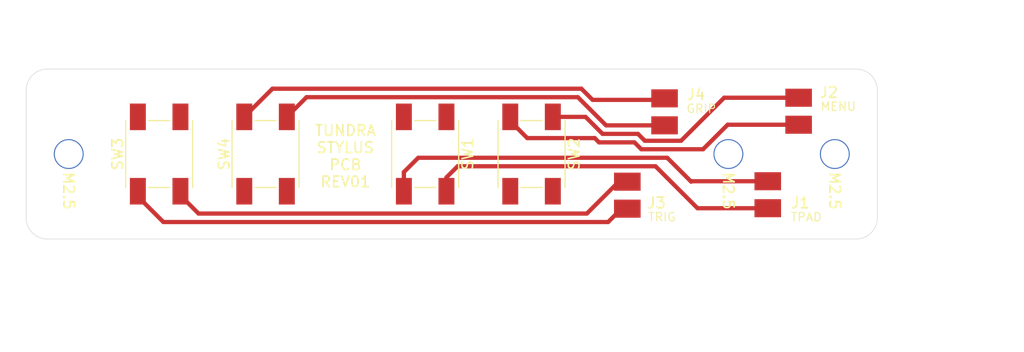
<source format=kicad_pcb>
(kicad_pcb (version 20221018) (generator pcbnew)
  (layers (0 "F.Cu" signal) (31 "B.Cu" signal) (34 "B.Paste" user) (35 "F.Paste" user) (36 "B.SilkS" user "B.Silkscreen") (37 "F.SilkS" user "F.Silkscreen") (38 "B.Mask" user) (39 "F.Mask" user) (44 "Edge.Cuts" user))
  (net 0 "")
  (net 1 "TPAD_A")
  (net 2 "TPAD_B")
  (net 3 "MENU_A")
  (net 4 "MENU_B")
  (net 5 "TRIG_A")
  (net 6 "TRIG_B")
  (net 7 "GRIP_A")
  (net 8 "GRIP_B")
  (footprint "fab:Button_Omron_B3SN_6.0x6.0mm" (layer "F.Cu") (at 107.5 98 -90)
    (fp_text reference "SW3" (at 0 3.9 90) (layer "F.SilkS"))
    (fp_text value "TRIG")
    (fp_line (start -3.15 -3.15) (end 3.15 -3.15) (stroke (width 0.12)) (layer "F.SilkS"))
    (fp_line (start -3.15 1) (end -3.15 -1) (stroke (width 0.12)) (layer "F.SilkS"))
    (fp_line (start 3.15 -1) (end 3.15 1) (stroke (width 0.12)) (layer "F.SilkS"))
    (fp_line (start 3.15 3.15) (end -3.15 3.15) (stroke (width 0.12)) (layer "F.SilkS"))
    (pad "1" smd rect (at -3.5 -2 270) (size 2.5 1.5) (layers "F.Cu" "F.Paste" "F.Mask") (net 5 "TRIG_A"))
    (pad "1" smd rect (at 3.5 -2 270) (size 2.5 1.5) (layers "F.Cu" "F.Paste" "F.Mask") (net 5 "TRIG_A"))
    (pad "2" smd rect (at -3.5 2 270) (size 2.5 1.5) (layers "F.Cu" "F.Paste" "F.Mask") (net 6 "TRIG_B"))
    (pad "2" smd rect (at 3.5 2 270) (size 2.5 1.5) (layers "F.Cu" "F.Paste" "F.Mask") (net 6 "TRIG_B"))
  )
  (footprint "fab:Button_Omron_B3SN_6.0x6.0mm" (layer "F.Cu") (at 142.5 98 -90)
    (fp_text reference "SW2" (at 0 -4 90) (layer "F.SilkS"))
    (fp_text value "MENU")
    (fp_line (start -3.15 -3.15) (end 3.15 -3.15) (stroke (width 0.12)) (layer "F.SilkS"))
    (fp_line (start -3.15 1) (end -3.15 -1) (stroke (width 0.12)) (layer "F.SilkS"))
    (fp_line (start 3.15 -1) (end 3.15 1) (stroke (width 0.12)) (layer "F.SilkS"))
    (fp_line (start 3.15 3.15) (end -3.15 3.15) (stroke (width 0.12)) (layer "F.SilkS"))
    (pad "1" smd rect (at -3.5 -2 270) (size 2.5 1.5) (layers "F.Cu" "F.Paste" "F.Mask") (net 3 "MENU_A"))
    (pad "1" smd rect (at 3.5 -2 270) (size 2.5 1.5) (layers "F.Cu" "F.Paste" "F.Mask") (net 3 "MENU_A"))
    (pad "2" smd rect (at -3.5 2 270) (size 2.5 1.5) (layers "F.Cu" "F.Paste" "F.Mask") (net 4 "MENU_B"))
    (pad "2" smd rect (at 3.5 2 270) (size 2.5 1.5) (layers "F.Cu" "F.Paste" "F.Mask") (net 4 "MENU_B"))
  )
  (footprint "fab:PinHeader_1x02_P2.54mm_Horizontal_SMD" (layer "F.Cu") (at 164.7 103.1 180)
    (fp_text reference "J1" (at -2.1 0.5) (layer "F.SilkS") (effects (justify left)))
    (fp_text value "CON_TPAD")
    (pad "1" smd rect (at 0 0 180) (size 2.5 1.7) (layers "F.Cu" "F.Paste" "F.Mask") (net 1 "TPAD_A"))
    (pad "2" smd rect (at 0 2.54 180) (size 2.5 1.7) (layers "F.Cu" "F.Paste" "F.Mask") (net 2 "TPAD_B"))
  )
  (footprint "fab:PinHeader_1x02_P2.54mm_Horizontal_SMD" (layer "F.Cu") (at 167.6 92.7)
    (fp_text reference "J2" (at 3.8 -0.5) (layer "F.SilkS") (effects (justify right)))
    (fp_text value "CON_MENU")
    (pad "1" smd rect (at 0 0) (size 2.5 1.7) (layers "F.Cu" "F.Paste" "F.Mask") (net 3 "MENU_A"))
    (pad "2" smd rect (at 0 2.54) (size 2.5 1.7) (layers "F.Cu" "F.Paste" "F.Mask") (net 4 "MENU_B"))
  )
  (footprint "fab:PinHeader_1x02_P2.54mm_Horizontal_SMD" (layer "F.Cu") (at 151.5 100.6)
    (fp_text reference "J3" (at 3.7 2) (layer "F.SilkS") (effects (justify right)))
    (fp_text value "CON_TRIG")
    (pad "1" smd rect (at 0 0) (size 2.5 1.7) (layers "F.Cu" "F.Paste" "F.Mask") (net 5 "TRIG_A"))
    (pad "2" smd rect (at 0 2.54) (size 2.5 1.7) (layers "F.Cu" "F.Paste" "F.Mask") (net 6 "TRIG_B"))
  )
  (footprint "fab:MountingHole_M2.5" (layer "F.Cu") (at 171 98 -90)
    (fp_text reference "H2" hide)
    (fp_text value "~" hide)
    (fp_text user "M2.5" (at 1.6 0 -90 unlocked) (layer "F.SilkS") (effects (font (thickness 0.15) bold) (justify left)))
    (pad "" thru_hole circle (at 0 0 270) (size 2.8 2.8) (drill 2.6) (layers "*.Cu" "*.Mask"))
  )
  (footprint "fab:Button_Omron_B3SN_6.0x6.0mm" (layer "F.Cu") (at 132.5 98 -90)
    (fp_text reference "SW1" (at 0 -4 90) (layer "F.SilkS"))
    (fp_text value "TPAD")
    (fp_line (start -3.15 -3.15) (end 3.15 -3.15) (stroke (width 0.12)) (layer "F.SilkS"))
    (fp_line (start -3.15 1) (end -3.15 -1) (stroke (width 0.12)) (layer "F.SilkS"))
    (fp_line (start 3.15 -1) (end 3.15 1) (stroke (width 0.12)) (layer "F.SilkS"))
    (fp_line (start 3.15 3.15) (end -3.15 3.15) (stroke (width 0.12)) (layer "F.SilkS"))
    (pad "1" smd rect (at -3.5 -2 270) (size 2.5 1.5) (layers "F.Cu" "F.Paste" "F.Mask") (net 1 "TPAD_A"))
    (pad "1" smd rect (at 3.5 -2 270) (size 2.5 1.5) (layers "F.Cu" "F.Paste" "F.Mask") (net 1 "TPAD_A"))
    (pad "2" smd rect (at -3.5 2 270) (size 2.5 1.5) (layers "F.Cu" "F.Paste" "F.Mask") (net 2 "TPAD_B"))
    (pad "2" smd rect (at 3.5 2 270) (size 2.5 1.5) (layers "F.Cu" "F.Paste" "F.Mask") (net 2 "TPAD_B"))
  )
  (footprint "fab:MountingHole_M2.5" (layer "F.Cu") (at 99 98 -90)
    (fp_text reference "H3" hide)
    (fp_text value "~" hide)
    (fp_text user "M2.5" (at 1.6 0 -90 unlocked) (layer "F.SilkS") (effects (font (thickness 0.15) bold) (justify left)))
    (pad "" thru_hole circle (at 0 0 270) (size 2.8 2.8) (drill 2.6) (layers "*.Cu" "*.Mask"))
  )
  (footprint "fab:PinHeader_1x02_P2.54mm_Horizontal_SMD" (layer "F.Cu") (at 155 95.3 180)
    (fp_text reference "J4" (at -2 2.9) (layer "F.SilkS") (effects (justify left)))
    (fp_text value "CON_GRIP")
    (pad "1" smd rect (at 0 0 180) (size 2.5 1.7) (layers "F.Cu" "F.Paste" "F.Mask") (net 7 "GRIP_A"))
    (pad "2" smd rect (at 0 2.54 180) (size 2.5 1.7) (layers "F.Cu" "F.Paste" "F.Mask") (net 8 "GRIP_B"))
  )
  (footprint "fab:MountingHole_M2.5" (layer "F.Cu") (at 161 98 -90)
    (fp_text reference "H1" hide)
    (fp_text value "~" hide)
    (fp_text user "M2.5" (at 1.6 0 -90 unlocked) (layer "F.SilkS") (effects (font (thickness 0.15) bold) (justify left)))
    (pad "" thru_hole circle (at 0 0 270) (size 2.8 2.8) (drill 2.6) (layers "*.Cu" "*.Mask"))
  )
  (footprint "fab:Button_Omron_B3SN_6.0x6.0mm" (layer "F.Cu") (at 117.5 98 -90)
    (fp_text reference "SW4" (at 0 3.9 -90) (layer "F.SilkS"))
    (fp_text value "GRIP")
    (fp_line (start -3.15 -3.15) (end 3.15 -3.15) (stroke (width 0.12)) (layer "F.SilkS"))
    (fp_line (start -3.15 1) (end -3.15 -1) (stroke (width 0.12)) (layer "F.SilkS"))
    (fp_line (start 3.15 -1) (end 3.15 1) (stroke (width 0.12)) (layer "F.SilkS"))
    (fp_line (start 3.15 3.15) (end -3.15 3.15) (stroke (width 0.12)) (layer "F.SilkS"))
    (pad "1" smd rect (at -3.5 -2 270) (size 2.5 1.5) (layers "F.Cu" "F.Paste" "F.Mask") (net 7 "GRIP_A"))
    (pad "1" smd rect (at 3.5 -2 270) (size 2.5 1.5) (layers "F.Cu" "F.Paste" "F.Mask") (net 7 "GRIP_A"))
    (pad "2" smd rect (at -3.5 2 270) (size 2.5 1.5) (layers "F.Cu" "F.Paste" "F.Mask") (net 8 "GRIP_B"))
    (pad "2" smd rect (at 3.5 2 270) (size 2.5 1.5) (layers "F.Cu" "F.Paste" "F.Mask") (net 8 "GRIP_B"))
  )
  (gr_arc (start 173 90) (mid 174.414214 90.585786) (end 175 92) (stroke (width 0.05)) (layer "Edge.Cuts"))
  (gr_line (start 173 106) (end 97 106) (stroke (width 0.05)) (layer "Edge.Cuts"))
  (gr_arc (start 97 106) (mid 95.585786 105.414214) (end 95 104) (stroke (width 0.05)) (layer "Edge.Cuts"))
  (gr_arc (start 95 92) (mid 95.585786 90.585786) (end 97 90) (stroke (width 0.05)) (layer "Edge.Cuts"))
  (gr_arc (start 175 104) (mid 174.414214 105.414214) (end 173 106) (stroke (width 0.05)) (layer "Edge.Cuts"))
  (gr_line (start 95 104) (end 95 92) (stroke (width 0.05)) (layer "Edge.Cuts"))
  (gr_line (start 175 92) (end 175 104) (stroke (width 0.05)) (layer "Edge.Cuts"))
  (gr_line (start 97 90) (end 173 90) (stroke (width 0.05)) (layer "Edge.Cuts"))
  (gr_text "MENU\n" (at 169.6 94) (layer "F.SilkS") (effects (font (size 0.8 0.8) (thickness 0.1)) (justify left bottom)))
  (gr_text "TUNDRA\nSTYLUS\nPCB\nREV01" (at 125 98.2) (layer "F.SilkS") (effects (font (size 1 1))))
  (gr_text "GRIP\n" (at 157 94.2) (layer "F.SilkS") (effects (font (size 0.8 0.8) (thickness 0.1)) (justify left bottom)))
  (gr_text "TPAD" (at 166.8 104.4) (layer "F.SilkS") (effects (font (size 0.8 0.8) (thickness 0.1)) (justify left bottom)))
  (gr_text "TRIG" (at 153.4 104.4) (layer "F.SilkS") (effects (font (size 0.8 0.8) (thickness 0.1)) (justify left bottom)))
  (segment (start 135.55 99.15) (end 154.15 99.15) (width 0.4) (layer "F.Cu") (net 1))
  (segment (start 134.5 101.5) (end 134.5 100.2) (width 0.4) (layer "F.Cu") (net 1))
  (segment (start 154.15 99.15) (end 158.1 103.1) (width 0.4) (layer "F.Cu") (net 1))
  (segment (start 158.1 103.1) (end 164.7 103.1) (width 0.4) (layer "F.Cu") (net 1))
  (segment (start 134.5 100.2) (end 135.55 99.15) (width 0.4) (layer "F.Cu") (net 1))
  (segment (start 157.5 100.6) (end 157.54 100.56) (width 0.4) (layer "F.Cu") (net 2))
  (segment (start 131.85 98.35) (end 155.25 98.35) (width 0.4) (layer "F.Cu") (net 2))
  (segment (start 155.25 98.35) (end 157.5 100.6) (width 0.4) (layer "F.Cu") (net 2))
  (segment (start 157.54 100.56) (end 164.7 100.56) (width 0.4) (layer "F.Cu") (net 2))
  (segment (start 130.5 99.7) (end 131.85 98.35) (width 0.4) (layer "F.Cu") (net 2))
  (segment (start 130.5 101.5) (end 130.5 99.7) (width 0.4) (layer "F.Cu") (net 2))
  (segment (start 160.6 92.7) (end 167.6 92.7) (width 0.4) (layer "F.Cu") (net 3))
  (segment (start 144.5 94.5) (end 147.568629 94.5) (width 0.4) (layer "F.Cu") (net 3))
  (segment (start 156.55 96.75) (end 160.6 92.7) (width 0.4) (layer "F.Cu") (net 3))
  (segment (start 147.568629 94.5) (end 149.168629 96.1) (width 0.4) (layer "F.Cu") (net 3))
  (segment (start 153.15 96.75) (end 156.55 96.75) (width 0.4) (layer "F.Cu") (net 3))
  (segment (start 152.5 96.1) (end 153.15 96.75) (width 0.4) (layer "F.Cu") (net 3))
  (segment (start 149.168629 96.1) (end 152.5 96.1) (width 0.4) (layer "F.Cu") (net 3))
  (segment (start 152.81863 97.55) (end 158.621572 97.55) (width 0.4) (layer "F.Cu") (net 4))
  (segment (start 148.437258 96.5) (end 148.837258 96.9) (width 0.4) (layer "F.Cu") (net 4))
  (segment (start 148.837258 96.9) (end 152.16863 96.9) (width 0.4) (layer "F.Cu") (net 4))
  (segment (start 152.16863 96.9) (end 152.81863 97.55) (width 0.4) (layer "F.Cu") (net 4))
  (segment (start 158.621572 97.55) (end 160.931572 95.24) (width 0.4) (layer "F.Cu") (net 4))
  (segment (start 160.931572 95.24) (end 167.6 95.24) (width 0.4) (layer "F.Cu") (net 4))
  (segment (start 140.5 94.9) (end 142.1 96.5) (width 0.4) (layer "F.Cu") (net 4))
  (segment (start 140.5 94.5) (end 140.5 94.9) (width 0.4) (layer "F.Cu") (net 4))
  (segment (start 142.1 96.5) (end 148.437258 96.5) (width 0.4) (layer "F.Cu") (net 4))
  (segment (start 147.7 103.6) (end 150.7 100.6) (width 0.4) (layer "F.Cu") (net 5))
  (segment (start 111.2 103.6) (end 147.7 103.6) (width 0.4) (layer "F.Cu") (net 5))
  (segment (start 109.5 101.5) (end 109.5 101.9) (width 0.4) (layer "F.Cu") (net 5))
  (segment (start 109.5 101.9) (end 111.2 103.6) (width 0.4) (layer "F.Cu") (net 5))
  (segment (start 150.7 100.6) (end 151.5 100.6) (width 0.4) (layer "F.Cu") (net 5))
  (segment (start 149.7 104.4) (end 150.9 103.2) (width 0.4) (layer "F.Cu") (net 6))
  (segment (start 105.5 102) (end 107.9 104.4) (width 0.4) (layer "F.Cu") (net 6))
  (segment (start 105.5 101.5) (end 105.5 102) (width 0.4) (layer "F.Cu") (net 6))
  (segment (start 150.9 103.2) (end 151.44 103.2) (width 0.4) (layer "F.Cu") (net 6))
  (segment (start 107.9 104.4) (end 149.7 104.4) (width 0.4) (layer "F.Cu") (net 6))
  (segment (start 151.44 103.2) (end 151.5 103.14) (width 0.4) (layer "F.Cu") (net 6))
  (segment (start 121.35 92.65) (end 146.85 92.65) (width 0.4) (layer "F.Cu") (net 7))
  (segment (start 119.5 94.5) (end 121.35 92.65) (width 0.4) (layer "F.Cu") (net 7))
  (segment (start 149.5 95.3) (end 155 95.3) (width 0.4) (layer "F.Cu") (net 7))
  (segment (start 146.85 92.65) (end 149.5 95.3) (width 0.4) (layer "F.Cu") (net 7))
  (segment (start 115.5 94.5) (end 118.15 91.85) (width 0.4) (layer "F.Cu") (net 8))
  (segment (start 118.15 91.85) (end 147.18137 91.85) (width 0.4) (layer "F.Cu") (net 8))
  (segment (start 147.18137 91.85) (end 148.23137 92.9) (width 0.4) (layer "F.Cu") (net 8))
  (segment (start 154.86 92.9) (end 155 92.76) (width 0.4) (layer "F.Cu") (net 8))
  (segment (start 148.23137 92.9) (end 154.86 92.9) (width 0.4) (layer "F.Cu") (net 8))
)
</source>
